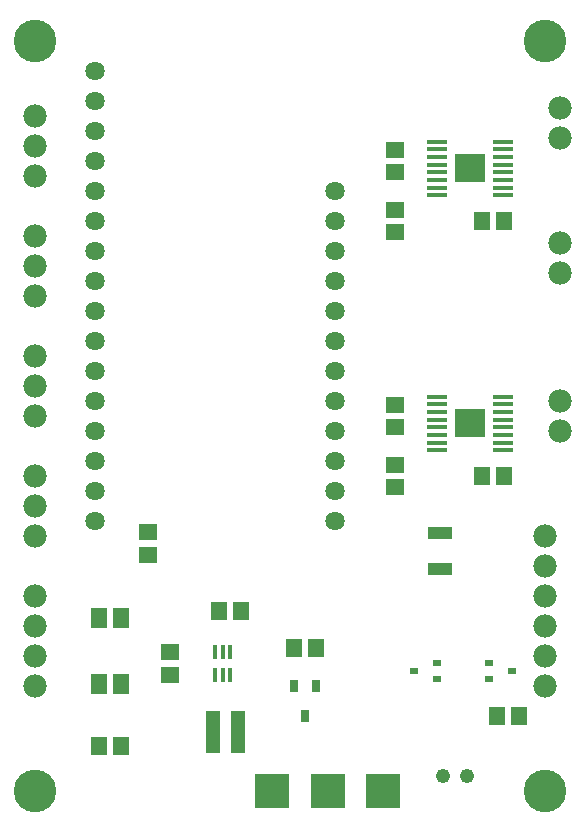
<source format=gbr>
G04 EAGLE Gerber X2 export*
%TF.Part,Single*%
%TF.FileFunction,Soldermask,Top,1*%
%TF.FilePolarity,Negative*%
%TF.GenerationSoftware,Autodesk,EAGLE,9.1.1*%
%TF.CreationDate,2018-08-07T15:37:49Z*%
G75*
%MOMM*%
%FSLAX34Y34*%
%LPD*%
%AMOC8*
5,1,8,0,0,1.08239X$1,22.5*%
G01*
%ADD10C,3.606800*%
%ADD11C,1.981200*%
%ADD12R,1.701600X0.401600*%
%ADD13R,2.561600X2.411600*%
%ADD14R,1.601600X1.401600*%
%ADD15R,1.401600X1.601600*%
%ADD16C,1.631600*%
%ADD17R,0.762000X1.016000*%
%ADD18R,1.401600X1.701600*%
%ADD19R,0.457200X1.270000*%
%ADD20R,1.244600X3.657600*%
%ADD21C,1.209600*%
%ADD22R,2.882900X2.882900*%
%ADD23R,2.006600X1.092200*%
%ADD24R,0.786700X0.538700*%


D10*
X38100Y673100D03*
X469900Y673100D03*
X38100Y38100D03*
X469900Y38100D03*
D11*
X469900Y127000D03*
X469900Y152400D03*
X469900Y177800D03*
X469900Y203200D03*
X469900Y228600D03*
X469900Y254000D03*
X38100Y355600D03*
X38100Y381000D03*
X38100Y406400D03*
X38100Y254000D03*
X38100Y279400D03*
X38100Y304800D03*
X38100Y558800D03*
X38100Y584200D03*
X38100Y609600D03*
X38100Y457200D03*
X38100Y482600D03*
X38100Y508000D03*
X38100Y127000D03*
X38100Y152400D03*
X38100Y177800D03*
X38100Y203200D03*
D12*
X378400Y326500D03*
X378400Y333000D03*
X378400Y346000D03*
X378400Y339500D03*
X378400Y352500D03*
X378400Y359000D03*
X378400Y365500D03*
X378400Y372000D03*
X434400Y326500D03*
X434400Y333000D03*
X434400Y346000D03*
X434400Y339500D03*
X434400Y352500D03*
X434400Y359000D03*
X434400Y365500D03*
X434400Y372000D03*
D13*
X406400Y349250D03*
D14*
X342900Y365100D03*
X342900Y346100D03*
D15*
X415950Y304800D03*
X434950Y304800D03*
D12*
X378400Y542400D03*
X378400Y548900D03*
X378400Y561900D03*
X378400Y555400D03*
X378400Y568400D03*
X378400Y574900D03*
X378400Y581400D03*
X378400Y587900D03*
X434400Y542400D03*
X434400Y548900D03*
X434400Y561900D03*
X434400Y555400D03*
X434400Y568400D03*
X434400Y574900D03*
X434400Y581400D03*
X434400Y587900D03*
D13*
X406400Y565150D03*
D14*
X342900Y581000D03*
X342900Y562000D03*
D15*
X415950Y520700D03*
X434950Y520700D03*
D16*
X88900Y571500D03*
X88900Y596900D03*
X88900Y622300D03*
X88900Y647700D03*
X88900Y469900D03*
X88900Y495300D03*
X88900Y520700D03*
X88900Y546100D03*
X88900Y368300D03*
X88900Y393700D03*
X88900Y419100D03*
X88900Y444500D03*
X88900Y266700D03*
X88900Y292100D03*
X88900Y317500D03*
X88900Y342900D03*
X292100Y469900D03*
X292100Y495300D03*
X292100Y520700D03*
X292100Y546100D03*
X292100Y368300D03*
X292100Y393700D03*
X292100Y419100D03*
X292100Y444500D03*
X292100Y266700D03*
X292100Y292100D03*
X292100Y317500D03*
X292100Y342900D03*
D15*
X212700Y190500D03*
X193700Y190500D03*
D14*
X152400Y136550D03*
X152400Y155550D03*
D15*
X276200Y158750D03*
X257200Y158750D03*
X92100Y76200D03*
X111100Y76200D03*
D17*
X276200Y126746D03*
X257200Y126746D03*
X266700Y101854D03*
D18*
X92100Y128270D03*
X111100Y128270D03*
X92100Y184150D03*
X111100Y184150D03*
D19*
X203350Y155829D03*
X196850Y155829D03*
X190350Y155829D03*
X190350Y136271D03*
X196850Y136271D03*
X203350Y136271D03*
D20*
X209890Y87630D03*
X188890Y87630D03*
D14*
X342900Y530200D03*
X342900Y511200D03*
X342900Y314300D03*
X342900Y295300D03*
D21*
X403700Y50800D03*
X383700Y50800D03*
D22*
X238760Y38100D03*
X285750Y38100D03*
X332740Y38100D03*
D23*
X381000Y226314D03*
X381000Y256286D03*
D24*
X377875Y133200D03*
X377875Y146200D03*
X358725Y139700D03*
X422225Y146200D03*
X422225Y133200D03*
X441375Y139700D03*
D15*
X447650Y101600D03*
X428650Y101600D03*
D11*
X482600Y501650D03*
X482600Y476250D03*
X482600Y615950D03*
X482600Y590550D03*
X482600Y342900D03*
X482600Y368300D03*
D14*
X133350Y257150D03*
X133350Y238150D03*
M02*

</source>
